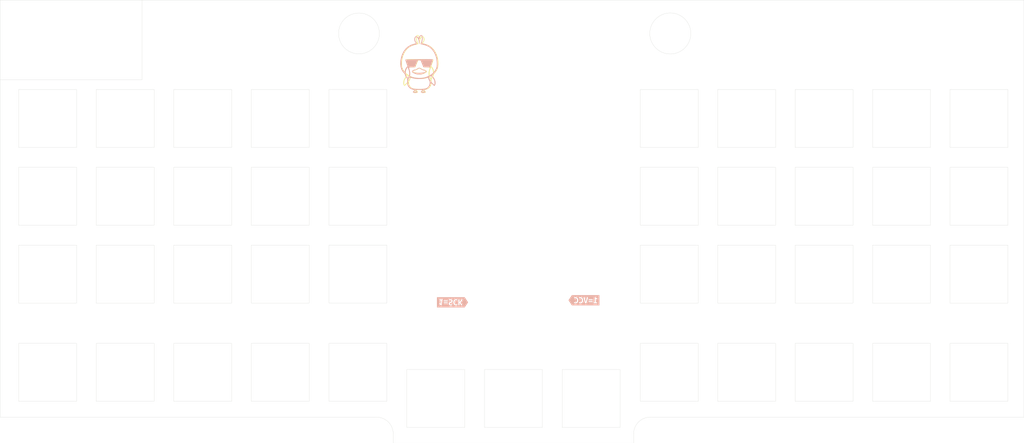
<source format=kicad_pcb>
(kicad_pcb (version 20221018) (generator pcbnew)
  (layers (0 "F.Cu" signal) (31 "B.Cu" signal) (34 "B.Paste" user) (35 "F.Paste" user) (36 "B.SilkS" user "B.Silkscreen") (37 "F.SilkS" user "F.Silkscreen") (38 "B.Mask" user) (39 "F.Mask" user) (44 "Edge.Cuts" user))
  (net 0 "")
  (footprint "mac-lib:MX plate holes" (layer "F.Cu") (at 165.324668 129.242 180)
    (fp_text reference "SW20" hide)
    (fp_text value "SW_Push" hide)
    (fp_rect (start 7.112 -7.112) (end -7.112 7.112) (stroke (width 0.05)) (fill none) (layer "Edge.Cuts"))
  )
  (footprint "mac-lib:MX plate holes" (layer "F.Cu") (at 298.793 110.144 180)
    (fp_text reference "SW25" hide)
    (fp_text value "SW_Push" hide)
    (fp_rect (start 7.112 -7.112) (end -7.112 7.112) (stroke (width 0.05)) (fill none) (layer "Edge.Cuts"))
  )
  (footprint "mac-lib:MX plate holes" (layer "F.Cu") (at 279.784334 153.364 180)
    (fp_text reference "SW21" hide)
    (fp_text value "SW_Push" hide)
    (fp_rect (start 7.112 -7.112) (end -7.112 7.112) (stroke (width 0.05)) (fill none) (layer "Edge.Cuts"))
  )
  (footprint "mac-lib:MX plate holes" (layer "F.Cu") (at 146.296 110.144 180)
    (fp_text reference "SW9" hide)
    (fp_text value "SW_Push" hide)
    (fp_rect (start 7.112 -7.112) (end -7.112 7.112) (stroke (width 0.05)) (fill none) (layer "Edge.Cuts"))
  )
  (footprint "mac-lib:MX plate holes" (layer "F.Cu") (at 127.267334 110.144 180)
    (fp_text reference "SW5" hide)
    (fp_text value "SW_Push" hide)
    (fp_rect (start 7.112 -7.112) (end -7.112 7.112) (stroke (width 0.05)) (fill none) (layer "Edge.Cuts"))
  )
  (footprint "mac-lib:MX plate holes" (layer "F.Cu") (at 298.793 129.242 180)
    (fp_text reference "SW27" hide)
    (fp_text value "SW_Push" hide)
    (fp_rect (start 7.112 -7.112) (end -7.112 7.112) (stroke (width 0.05)) (fill none) (layer "Edge.Cuts"))
  )
  (footprint "mac-lib:MX plate holes" (layer "F.Cu") (at 241.614 159.776039 180)
    (fp_text reference "SW22" hide)
    (fp_text value "SW_Push" hide)
    (fp_rect (start 7.112 -7.112) (end -7.112 7.112) (stroke (width 0.05)) (fill none) (layer "Edge.Cuts"))
  )
  (footprint "mac-lib:MX plate holes" (layer "F.Cu") (at 260.806 129.242 180)
    (fp_text reference "SW43" hide)
    (fp_text value "SW_Push" hide)
    (fp_rect (start 7.112 -7.112) (end -7.112 7.112) (stroke (width 0.05)) (fill none) (layer "Edge.Cuts"))
  )
  (footprint "mac-lib:MX plate holes" (layer "F.Cu") (at 146.296 91.060039 180)
    (fp_text reference "SW8" hide)
    (fp_text value "SW_Push" hide)
    (fp_rect (start 7.112 -7.112) (end -7.112 7.112) (stroke (width 0.05)) (fill none) (layer "Edge.Cuts"))
  )
  (footprint "mac-lib:MX plate holes" (layer "F.Cu") (at 336.810334 129.242 180)
    (fp_text reference "SW46" hide)
    (fp_text value "SW_Push" hide)
    (fp_rect (start 7.112 -7.112) (end -7.112 7.112) (stroke (width 0.05)) (fill none) (layer "Edge.Cuts"))
  )
  (footprint "mac-lib:MX plate holes" (layer "F.Cu") (at 184.4 153.360692 180)
    (fp_text reference "SW41" hide)
    (fp_text value "SW_Push" hide)
    (fp_rect (start 7.112 -7.112) (end -7.112 7.112) (stroke (width 0.05)) (fill none) (layer "Edge.Cuts"))
  )
  (footprint "mac-lib:MX plate holes" (layer "F.Cu") (at 108.238668 91.060039 180)
    (fp_text reference "SW1" hide)
    (fp_text value "SW_Push" hide)
    (fp_rect (start 7.112 -7.112) (end -7.112 7.112) (stroke (width 0.05)) (fill none) (layer "Edge.Cuts"))
  )
  (footprint "mac-lib:MX plate holes" (layer "F.Cu") (at 336.810334 110.144 180)
    (fp_text reference "SW33" hide)
    (fp_text value "SW_Push" hide)
    (fp_rect (start 7.112 -7.112) (end -7.112 7.112) (stroke (width 0.05)) (fill none) (layer "Edge.Cuts"))
  )
  (footprint "mac-lib:MX plate holes" (layer "F.Cu") (at 298.793 153.364 180)
    (fp_text reference "SW26" hide)
    (fp_text value "SW_Push" hide)
    (fp_rect (start 7.112 -7.112) (end -7.112 7.112) (stroke (width 0.05)) (fill none) (layer "Edge.Cuts"))
  )
  (footprint "LOGO" (layer "F.Cu") (at 199.48 79.022)
    (fp_text reference "G1" hide)
    (fp_text value "LOGO" hide)
    (fp_poly (pts (xy 0.474181 -0.251487) (xy 0.52344 -0.211667) (xy 0.735405 -0.071562) (xy 0.931921 -0.000318) (xy 0.958996 0.001859) (xy 1.146597 0.037386) (xy 1.402747 0.124666) (xy 1.508908 0.169773) (xy 1.739319 0.292866) (xy 1.839479 0.406757) (xy 1.847575 0.5191) (xy 1.771718 0.696121) (xy 1.693333 0.767783) (xy 1.292004 0.968271) (xy 0.985942 1.100338) (xy 0.723688 1.18009) (xy 0.453781 1.223633) (xy 0.169333 1.244775) (xy -0.166747 1.25595) (xy -0.416858 1.236742) (xy -0.650151 1.17243) (xy -0.70977 1.146519) (xy -0.145956 1.146519) (xy -0.039582 1.159803) (xy 0.084667 1.162273) (xy 0.267788 1.155668) (xy 0.318057 1.138782) (xy 0.275167 1.125581) (xy 0.028449 1.111574) (xy -0.105833 1.125581) (xy -0.145956 1.146519) (xy -0.70977 1.146519) (xy -0.861849 1.080424) (xy -0.555945 1.080424) (xy -0.472722 1.093982) (xy -0.362908 1.078416) (xy -0.361597 1.049514) (xy -0.474914 1.029302) (xy -0.523875 1.04283) (xy -0.555945 1.080424) (xy -0.861849 1.080424) (xy -0.935777 1.048294) (xy -1.0795 0.978919) (xy -1.412697 0.803502) (xy -1.608156 0.665817) (xy -1.688339 0.548734) (xy -1.689109 0.542894) (xy -1.51287 0.542894) (xy -1.496445 0.563777) (xy -1.316017 0.658637) (xy -1.005752 0.736544) (xy -0.604513 0.79515) (xy -0.151166 0.832105) (xy 0.315425 0.845063) (xy 0.756396 0.831673) (xy 1.132882 0.789589) (xy 1.354667 0.736054) (xy 1.582017 0.62646) (xy 1.640717 0.511241) (xy 1.531306 0.391698) (xy 1.254325 0.269135) (xy 1.146323 0.234304) (xy 0.84481 0.12441) (xy 0.587835 -0.000634) (xy 0.463533 -0.086671) (xy 0.201922 -0.23365) (xy -0.083133 -0.21645) (xy -0.310142 -0.088931) (xy -0.512971 0.029633) (xy -0.800003 0.150728) (xy -0.975354 0.208514) (xy -1.305368 0.325458) (xy -1.487648 0.439037) (xy -1.51287 0.542894) (xy -1.689109 0.542894) (xy -1.693333 0.510873) (xy -1.614233 0.32379) (xy -1.399092 0.162813) (xy -1.081155 0.049908) (xy -0.961455 0.027263) (xy -0.665319 -0.061058) (xy -0.384727 -0.209006) (xy -0.365483 -0.222867) (xy -0.067205 -0.38796) (xy 0.200192 -0.397658)) (fill solid) (layer "F.SilkS"))
    (fp_poly (pts (xy -0.403944 -8.443239) (xy -0.269381 -8.376116) (xy -0.062017 -8.20262) (xy 0.069363 -8.016498) (xy 0.181059 -7.784147) (xy 0.435692 -7.998407) (xy 0.645802 -8.157237) (xy 0.795236 -8.19656) (xy 0.942679 -8.116981) (xy 1.062182 -8.004849) (xy 1.232331 -7.72248) (xy 1.27571 -7.37156) (xy 1.192591 -6.995491) (xy 1.054148 -6.732889) (xy 0.930821 -6.54023) (xy 0.866172 -6.417299) (xy 0.863648 -6.396777) (xy 0.953295 -6.370687) (xy 1.159521 -6.321611) (xy 1.373348 -6.274187) (xy 2.126709 -6.028122) (xy 2.801335 -5.636989) (xy 3.388482 -5.109912) (xy 3.879406 -4.456015) (xy 4.265363 -3.684422) (xy 4.481484 -3.030998) (xy 4.657146 -2.150057) (xy 4.69969 -1.331605) (xy 4.611088 -0.587274) (xy 4.393313 0.071305) (xy 4.048338 0.632502) (xy 3.817553 0.883674) (xy 3.653497 1.074574) (xy 3.562508 1.248282) (xy 3.556 1.289213) (xy 3.51399 1.48381) (xy 3.409902 1.72763) (xy 3.276652 1.958591) (xy 3.147155 2.114608) (xy 3.103814 2.142111) (xy 3.042865 2.207419) (xy 3.006736 2.364771) (xy 2.99143 2.642296) (xy 2.991097 2.93572) (xy 2.986592 3.343742) (xy 2.956655 3.64016) (xy 2.892186 3.881914) (xy 2.808911 4.075715) (xy 2.519216 4.488139) (xy 2.118745 4.788371) (xy 1.642172 4.950623) (xy 1.629833 4.952648) (xy 1.373301 5.023049) (xy 1.278833 5.123268) (xy 1.348994 5.248436) (xy 1.439333 5.314351) (xy 1.574724 5.450018) (xy 1.599274 5.58481) (xy 1.51051 5.666363) (xy 1.456267 5.672667) (xy 1.264714 5.728916) (xy 1.196567 5.7785) (xy 1.092129 5.833385) (xy 0.986948 5.74554) (xy 0.976095 5.7311) (xy 0.865008 5.638191) (xy 0.807464 5.6676) (xy 0.690607 5.750688) (xy 0.563808 5.732237) (xy 0.508 5.629504) (xy 0.544031 5.540005) (xy 0.714701 5.540005) (xy 0.729106 5.5498) (xy 0.79136 5.504771) (xy 0.92102 5.431693) (xy 1.007769 5.493085) (xy 1.042456 5.549666) (xy 1.117322 5.659162) (xy 1.154607 5.622719) (xy 1.166566 5.571526) (xy 1.25262 5.466462) (xy 1.338804 5.470453) (xy 1.397675 5.468385) (xy 1.3105 5.385384) (xy 1.291167 5.370766) (xy 1.147424 5.219397) (xy 1.093982 5.09084) (xy 1.079929 5.00247) (xy 1.041135 5.079282) (xy 1.040873 5.08) (xy 0.954538 5.232236) (xy 0.814723 5.416104) (xy 0.714701 5.540005) (xy 0.544031 5.540005) (xy 0.567751 5.481086) (xy 0.677333 5.356688) (xy 0.82354 5.207332) (xy 0.846937 5.103538) (xy 0.736013 5.038288) (xy 0.479257 5.004564) (xy 0.084667 4.995333) (xy -0.250892 5.00269) (xy -0.511057 5.022395) (xy -0.658058 5.050903) (xy -0.677333 5.066878) (xy -0.620721 5.171387) (xy -0.508 5.291667) (xy -0.372613 5.458835) (xy -0.342767 5.593994) (xy -0.419061 5.657921) (xy -0.502532 5.649564) (xy -0.65914 5.664398) (xy -0.711542 5.724356) (xy -0.813044 5.833177) (xy -0.933787 5.79805) (xy -0.984787 5.71655) (xy -1.064914 5.636038) (xy -1.188231 5.674217) (xy -1.357061 5.747921) (xy -1.427101 5.711715) (xy -1.439333 5.588717) (xy -1.398027 5.479925) (xy -1.236964 5.479925) (xy -1.142415 5.474575) (xy -1.070721 5.428947) (xy -0.970581 5.385828) (xy -0.902796 5.486159) (xy -0.890367 5.522715) (xy -0.839397 5.645021) (xy -0.802357 5.612375) (xy -0.790055 5.571526) (xy -0.695489 5.467609) (xy -0.608529 5.473574) (xy -0.536775 5.480347) (xy -0.59837 5.405412) (xy -0.64597 5.363048) (xy -0.797115 5.202381) (xy -0.872119 5.08) (xy -0.910157 5.007287) (xy -0.924649 5.098188) (xy -0.998257 5.249266) (xy -1.107918 5.337881) (xy -1.225574 5.426654) (xy -1.236964 5.479925) (xy -1.398027 5.479925) (xy -1.372742 5.413328) (xy -1.27 5.314351) (xy -1.125769 5.188289) (xy -1.137737 5.08156) (xy -1.310623 4.987755) (xy -1.560861 4.919292) (xy -2.014214 4.735019) (xy -2.386231 4.417178) (xy -2.649659 3.992667) (xy -2.727046 3.768314) (xy -2.828316 3.389676) (xy -3.043991 3.526766) (xy -3.258073 3.693796) (xy -3.449847 3.885095) (xy -3.640028 4.106333) (xy -3.819442 3.894667) (xy -3.950013 3.619759) (xy -3.971282 3.357932) (xy -3.724551 3.357932) (xy -3.716983 3.583442) (xy -3.67999 3.712029) (xy -3.655814 3.725333) (xy -3.563381 3.670824) (xy -3.389582 3.528307) (xy -3.21662 3.369779) (xy -2.526471 3.369779) (xy -2.444529 3.749525) (xy -2.343254 3.986085) (xy -2.165694 4.257822) (xy -1.94187 4.466617) (xy -1.650819 4.618568) (xy -1.271581 4.719771) (xy -0.783194 4.776324) (xy -0.164697 4.794325) (xy 0.406465 4.785941) (xy 0.889045 4.769116) (xy 1.240605 4.745484) (xy 1.499454 4.709307) (xy 1.703903 4.65485) (xy 1.89226 4.576376) (xy 1.930465 4.557744) (xy 2.304166 4.282326) (xy 2.576741 3.893514) (xy 2.736145 3.42192) (xy 2.770334 2.898157) (xy 2.720774 2.548964) (xy 2.635753 2.241084) (xy 2.527551 2.063532) (xy 2.36129 1.999754) (xy 2.102091 2.033197) (xy 1.810429 2.11692) (xy 1.133775 2.271959) (xy 0.377327 2.34948) (xy -0.386584 2.346341) (xy -1.085628 2.259397) (xy -1.150784 2.245618) (xy -1.48468 2.166517) (xy -1.766335 2.09023) (xy -1.944596 2.030842) (xy -1.964947 2.021398) (xy -2.06693 1.999342) (xy -2.138673 2.087845) (xy -2.196048 2.266372) (xy -2.286099 2.523446) (xy -2.393639 2.733179) (xy -2.408576 2.754283) (xy -2.515436 3.02011) (xy -2.526471 3.369779) (xy -3.21662 3.369779) (xy -3.184329 3.340183) (xy -2.953603 3.080831) (xy -2.728946 2.764366) (xy -2.53849 2.438189) (xy -2.410368 2.149699) (xy -2.371494 1.970674) (xy -2.439054 1.86401) (xy -2.604045 1.746466) (xy -2.616613 1.739831) (xy -2.764974 1.672743) (xy -2.874785 1.675717) (xy -2.997735 1.768322) (xy -3.165022 1.947438) (xy -3.370897 2.208223) (xy -3.543846 2.482925) (xy -3.596409 2.590787) (xy -3.661694 2.81251) (xy -3.705264 3.08459) (xy -3.724551 3.357932) (xy -3.971282 3.357932) (xy -3.979553 3.256121) (xy -3.917385 2.843459) (xy -3.772833 2.421475) (xy -3.555219 2.029877) (xy -3.314885 1.745908) (xy -3.058261 1.50215) (xy -3.516756 1.083112) (xy -3.993312 0.538137) (xy -4.252459 0.100691) (xy -4.372614 -0.152507) (xy -4.451675 -0.360285) (xy -4.498003 -0.569785) (xy -4.519961 -0.82815) (xy -4.525914 -1.182525) (xy -4.525384 -1.437846) (xy -4.52226 -1.481667) (xy -4.266059 -1.481667) (xy -4.262355 -1.068489) (xy -4.240933 -0.768424) (xy -4.192071 -0.525438) (xy -4.10605 -0.283499) (xy -4.026911 -0.103122) (xy -3.683451 0.457745) (xy -3.198727 0.967465) (xy -2.597636 1.407522) (xy -1.905072 1.7594) (xy -1.215943 1.987468) (xy -0.736969 2.064872) (xy -0.156441 2.092747) (xy 0.466033 2.073537) (xy 1.070848 2.009687) (xy 1.598397 1.90364) (xy 1.723484 1.866931) (xy 2.303968 1.68098) (xy 2.25054 1.242656) (xy 2.25971 0.779448) (xy 2.506126 0.779448) (xy 2.507955 1.181989) (xy 2.555413 1.542741) (xy 2.64802 1.802789) (xy 2.655379 1.81448) (xy 2.808388 2.048) (xy 3.006529 1.861856) (xy 3.146375 1.665951) (xy 3.267202 1.389765) (xy 3.302109 1.269543) (xy 3.356966 0.713583) (xy 3.264506 0.170398) (xy 3.087926 -0.223603) (xy 2.964492 -0.414714) (xy 2.893452 -0.473984) (xy 2.846892 -0.418654) (xy 2.833091 -0.381) (xy 2.759688 -0.190303) (xy 2.655487 0.053148) (xy 2.641277 0.084667) (xy 2.550407 0.394035) (xy 2.506126 0.779448) (xy 2.25971 0.779448) (xy 2.262341 0.646523) (xy 2.330827 0.338667) (xy 2.442641 -0.042247) (xy 2.50249 -0.287705) (xy 2.492205 -0.428177) (xy 2.393619 -0.494134) (xy 2.188565 -0.516045) (xy 1.858875 -0.52438) (xy 1.815431 -0.525736) (xy 1.072433 -0.550333) (xy 0.725607 -1.397) (xy 0.37878 -2.243667) (xy -0.281764 -2.243667) (xy -0.975512 -0.550333) (xy -1.827568 -0.526369) (xy -2.679625 -0.502404) (xy -3.034266 -1.442808) (xy -3.168276 -1.817411) (xy -3.269196 -2.137387) (xy -3.32705 -2.368229) (xy -3.332483 -2.474508) (xy -3.254143 -2.498938) (xy -3.048786 -2.516614) (xy -2.709312 -2.527606) (xy -2.22862 -2.53198) (xy -1.599608 -2.529805) (xy -0.815177 -2.521149) (xy 0.072865 -2.507118) (xy 0.808855 -2.493386) (xy 1.490622 -2.47906) (xy 2.099898 -2.464643) (xy 2.618411 -2.450639) (xy 3.027891 -2.437554) (xy 3.310069 -2.425891) (xy 3.446673 -2.416156) (xy 3.456531 -2.413691) (xy 3.444877 -2.324433) (xy 3.38552 -2.111971) (xy 3.289063 -1.812082) (xy 3.212253 -1.589373) (xy 2.933234 -0.799797) (xy 3.157976 -0.575054) (xy 3.319757 -0.345386) (xy 3.467376 -0.017483) (xy 3.525421 0.162961) (xy 3.668123 0.676235) (xy 3.880642 0.363485) (xy 4.143258 -0.093902) (xy 4.307744 -0.569611) (xy 4.388402 -1.116053) (xy 4.402667 -1.549453) (xy 4.333481 -2.457713) (xy 4.13208 -3.294405) (xy 3.8077 -4.046916) (xy 3.369577 -4.702637) (xy 2.826947 -5.248956) (xy 2.189044 -5.673262) (xy 1.465106 -5.962944) (xy 1.108963 -6.046916) (xy 0.779663 -6.123552) (xy 0.608366 -6.217781) (xy 0.584088 -6.357979) (xy 0.695843 -6.572524) (xy 0.832666 -6.760621) (xy 1.010317 -7.082479) (xy 1.058333 -7.418676) (xy 1.024344 -7.740138) (xy 0.920472 -7.909447) (xy 0.743857 -7.929953) (xy 0.650704 -7.896561) (xy 0.436808 -7.713086) (xy 0.271105 -7.39809) (xy 0.168038 -6.98599) (xy 0.141499 -6.683209) (xy 0.122614 -6.367336) (xy 0.093268 -6.209934) (xy 0.05991 -6.200986) (xy 0.028985 -6.330475) (xy 0.00694 -6.588386) (xy 0 -6.903053) (xy -0.025724 -7.442946) (xy -0.100976 -7.846886) (xy -0.222876 -8.105839) (xy -0.388545 -8.21077) (xy -0.4174 -8.212667) (xy -0.579249 -8.138007) (xy -0.640827 -8.007926) (xy -0.651429 -7.789494) (xy -0.615789 -7.467712) (xy -0.544172 -7.098858) (xy -0.446846 -6.739207) (xy -0.370757 -6.5275) (xy -0.299213 -6.334187) (xy -0.27363 -6.222716) (xy -0.275967 -6.215145) (xy -0.36446 -6.187479) (xy -0.576096 -6.136566) (xy -0.868022 -6.072616) (xy -0.918703 -6.061985) (xy -1.72486 -5.823495) (xy -2.412712 -5.466115) (xy -2.989924 -4.984119) (xy -3.464161 -4.371778) (xy -3.669351 -4.006437) (xy -3.975106 -3.306223) (xy -4.164551 -2.626649) (xy -4.253847 -1.899333) (xy -4.266059 -1.481667) (xy -4.52226 -1.481667) (xy -4.456078 -2.409961) (xy -4.261804 -3.300466) (xy -3.94973 -4.098953) (xy -3.527025 -4.795014) (xy -3.000856 -5.378241) (xy -2.378391 -5.838224) (xy -1.666798 -6.164555) (xy -1.17975 -6.296064) (xy -0.909183 -6.356755) (xy -0.712549 -6.41112) (xy -0.643079 -6.440699) (xy -0.638996 -6.53993) (xy -0.674589 -6.750014) (xy -0.72178 -6.946604) (xy -0.825796 -7.464949) (xy -0.841521 -7.891329) (xy -0.769675 -8.205694) (xy -0.671548 -8.344903) (xy -0.531315 -8.448022)) (fill solid) (layer "F.SilkS"))
  )
  (footprint "mac-lib:MX plate holes" (layer "F.Cu") (at 279.784334 129.242 180)
    (fp_text reference "SW23" hide)
    (fp_text value "SW_Push" hide)
    (fp_rect (start 7.112 -7.112) (end -7.112 7.112) (stroke (width 0.05)) (fill none) (layer "Edge.Cuts"))
  )
  (footprint "mac-lib:MX plate holes" (layer "F.Cu") (at 127.267334 153.364 180)
    (fp_text reference "SW7" hide)
    (fp_text value "SW_Push" hide)
    (fp_rect (start 7.112 -7.112) (end -7.112 7.112) (stroke (width 0.05)) (fill none) (layer "Edge.Cuts"))
  )
  (footprint "mac-lib:MX plate holes" (layer "F.Cu") (at 336.810334 153.364 180)
    (fp_text reference "SW34" hide)
    (fp_text value "SW_Push" hide)
    (fp_rect (start 7.112 -7.112) (end -7.112 7.112) (stroke (width 0.05)) (fill none) (layer "Edge.Cuts"))
  )
  (footprint "mac-lib:MX plate holes" (layer "F.Cu") (at 317.801666 110.144 180)
    (fp_text reference "SW29" hide)
    (fp_text value "SW_Push" hide)
    (fp_rect (start 7.112 -7.112) (end -7.112 7.112) (stroke (width 0.05)) (fill none) (layer "Edge.Cuts"))
  )
  (footprint "mac-lib:MX plate holes" (layer "F.Cu") (at 146.296 153.364 180)
    (fp_text reference "SW11" hide)
    (fp_text value "SW_Push" hide)
    (fp_rect (start 7.112 -7.112) (end -7.112 7.112) (stroke (width 0.05)) (fill none) (layer "Edge.Cuts"))
  )
  (footprint "mac-lib:MX plate holes" (layer "F.Cu") (at 317.801666 153.364 180)
    (fp_text reference "SW31" hide)
    (fp_text value "SW_Push" hide)
    (fp_rect (start 7.112 -7.112) (end -7.112 7.112) (stroke (width 0.05)) (fill none) (layer "Edge.Cuts"))
  )
  (footprint "mac-lib:MX plate holes" (layer "F.Cu") (at 146.296 129.242 180)
    (fp_text reference "SW15" hide)
    (fp_text value "SW_Push" hide)
    (fp_rect (start 7.112 -7.112) (end -7.112 7.112) (stroke (width 0.05)) (fill none) (layer "Edge.Cuts"))
  )
  (footprint "mac-lib:MX plate holes" (layer "F.Cu") (at 165.324668 91.060039 180)
    (fp_text reference "SW13" hide)
    (fp_text value "SW_Push" hide)
    (fp_rect (start 7.112 -7.112) (end -7.112 7.112) (stroke (width 0.05)) (fill none) (layer "Edge.Cuts"))
  )
  (footprint "mac-lib:MX plate holes" (layer "F.Cu") (at 165.324668 153.364 180)
    (fp_text reference "SW16" hide)
    (fp_text value "SW_Push" hide)
    (fp_rect (start 7.112 -7.112) (end -7.112 7.112) (stroke (width 0.05)) (fill none) (layer "Edge.Cuts"))
  )
  (footprint "mac-lib:MX plate holes" (layer "F.Cu") (at 298.793 91.060039 180)
    (fp_text reference "SW24" hide)
    (fp_text value "SW_Push" hide)
    (fp_rect (start 7.112 -7.112) (end -7.112 7.112) (stroke (width 0.05)) (fill none) (layer "Edge.Cuts"))
  )
  (footprint "mac-lib:MX plate holes" (layer "F.Cu") (at 279.784334 110.144 180)
    (fp_text reference "SW19" hide)
    (fp_text value "SW_Push" hide)
    (fp_rect (start 7.112 -7.112) (end -7.112 7.112) (stroke (width 0.05)) (fill none) (layer "Edge.Cuts"))
  )
  (footprint "mac-lib:MX plate holes" (layer "F.Cu") (at 184.4 110.140692 180)
    (fp_text reference "SW39" hide)
    (fp_text value "SW_Push" hide)
    (fp_rect (start 7.112 -7.112) (end -7.112 7.112) (stroke (width 0.05)) (fill none) (layer "Edge.Cuts"))
  )
  (footprint "mac-lib:MX plate holes" (layer "F.Cu") (at 317.801666 91.060039 180)
    (fp_text reference "SW28" hide)
    (fp_text value "SW_Push" hide)
    (fp_rect (start 7.112 -7.112) (end -7.112 7.112) (stroke (width 0.05)) (fill none) (layer "Edge.Cuts"))
  )
  (footprint "mac-lib:MX plate holes" (layer "F.Cu") (at 165.324668 110.144 180)
    (fp_text reference "SW14" hide)
    (fp_text value "SW_Push" hide)
    (fp_rect (start 7.112 -7.112) (end -7.112 7.112) (stroke (width 0.05)) (fill none) (layer "Edge.Cuts"))
  )
  (footprint "mac-lib:MX plate holes" (layer "F.Cu") (at 127.267334 91.060039 180)
    (fp_text reference "SW4" hide)
    (fp_text value "SW_Push" hide)
    (fp_rect (start 7.112 -7.112) (end -7.112 7.112) (stroke (width 0.05)) (fill none) (layer "Edge.Cuts"))
  )
  (footprint "mac-lib:MX plate holes" (layer "F.Cu") (at 260.806 91.060039 180)
    (fp_text reference "SW45" hide)
    (fp_text value "SW_Push" hide)
    (fp_rect (start 7.112 -7.112) (end -7.112 7.112) (stroke (width 0.05)) (fill none) (layer "Edge.Cuts"))
  )
  (footprint "mac-lib:MX plate holes" (layer "F.Cu") (at 108.238668 129.242 180)
    (fp_text reference "SW6" hide)
    (fp_text value "SW_Push" hide)
    (fp_rect (start 7.112 -7.112) (end -7.112 7.112) (stroke (width 0.05)) (fill none) (layer "Edge.Cuts"))
  )
  (footprint "mac-lib:MX plate holes" (layer "F.Cu") (at 184.4 91.056731 180)
    (fp_text reference "SW38" hide)
    (fp_text value "SW_Push" hide)
    (fp_rect (start 7.112 -7.112) (end -7.112 7.112) (stroke (width 0.05)) (fill none) (layer "Edge.Cuts"))
  )
  (footprint "mac-lib:MX plate holes" (layer "F.Cu") (at 203.506 159.776039 180)
    (fp_text reference "SW12" hide)
    (fp_text value "SW_Push" hide)
    (fp_rect (start 7.112 -7.112) (end -7.112 7.112) (stroke (width 0.05)) (fill none) (layer "Edge.Cuts"))
  )
  (footprint "mac-lib:MX plate holes" (layer "F.Cu") (at 108.238668 110.144 180)
    (fp_text reference "SW2" hide)
    (fp_text value "SW_Push" hide)
    (fp_rect (start 7.112 -7.112) (end -7.112 7.112) (stroke (width 0.05)) (fill none) (layer "Edge.Cuts"))
  )
  (footprint "mac-lib:MX plate holes" (layer "F.Cu") (at 260.806 110.144 180)
    (fp_text reference "SW44" hide)
    (fp_text value "SW_Push" hide)
    (fp_rect (start 7.112 -7.112) (end -7.112 7.112) (stroke (width 0.05)) (fill none) (layer "Edge.Cuts"))
  )
  (footprint "mac-lib:MX plate holes" (layer "F.Cu") (at 222.57 159.776039 180)
    (fp_text reference "SW17" hide)
    (fp_text value "SW_Push" hide)
    (fp_rect (start 7.112 -7.112) (end -7.112 7.112) (stroke (width 0.05)) (fill none) (layer "Edge.Cuts"))
  )
  (footprint "mac-lib:MX plate holes" (layer "F.Cu") (at 260.806 153.364 180)
    (fp_text reference "SW42" hide)
    (fp_text value "SW_Push" hide)
    (fp_rect (start 7.112 -7.112) (end -7.112 7.112) (stroke (width 0.05)) (fill none) (layer "Edge.Cuts"))
  )
  (footprint "mac-lib:MX plate holes" (layer "F.Cu") (at 108.238668 153.364 180)
    (fp_text reference "SW3" hide)
    (fp_text value "SW_Push" hide)
    (fp_rect (start 7.112 -7.112) (end -7.112 7.112) (stroke (width 0.05)) (fill none) (layer "Edge.Cuts"))
  )
  (footprint "mac-lib:MX plate holes" (layer "F.Cu") (at 279.784334 91.060039 180)
    (fp_text reference "SW18" hide)
    (fp_text value "SW_Push" hide)
    (fp_rect (start 7.112 -7.112) (end -7.112 7.112) (stroke (width 0.05)) (fill none) (layer "Edge.Cuts"))
  )
  (footprint "mac-lib:MX plate holes" (layer "F.Cu") (at 127.267334 129.242 180)
    (fp_text reference "SW10" hide)
    (fp_text value "SW_Push" hide)
    (fp_rect (start 7.112 -7.112) (end -7.112 7.112) (stroke (width 0.05)) (fill none) (layer "Edge.Cuts"))
  )
  (footprint "mac-lib:MX plate holes" (layer "F.Cu") (at 336.810334 91.060039 180)
    (fp_text reference "SW32" hide)
    (fp_text value "SW_Push" hide)
    (fp_rect (start 7.112 -7.112) (end -7.112 7.112) (stroke (width 0.05)) (fill none) (layer "Edge.Cuts"))
  )
  (footprint "mac-lib:MX plate holes" (layer "F.Cu") (at 184.4 129.238692 180)
    (fp_text reference "SW40" hide)
    (fp_text value "SW_Push" hide)
    (fp_rect (start 7.112 -7.112) (end -7.112 7.112) (stroke (width 0.05)) (fill none) (layer "Edge.Cuts"))
  )
  (footprint "mac-lib:MX plate holes" (layer "F.Cu") (at 317.801666 129.242 180)
    (fp_text reference "SW30" hide)
    (fp_text value "SW_Push" hide)
    (fp_rect (start 7.112 -7.112) (end -7.112 7.112) (stroke (width 0.05)) (fill none) (layer "Edge.Cuts"))
  )
  (footprint "kibuzzard-638CDF14" (layer "B.Cu") (at 207.608 136.172)
    (fp_text reference "kibuzzard-638CDF14" hide)
    (fp_text value "G***" hide)
    (fp_poly (pts (xy -3.328061 1.265238) (xy -3.824155 1.265238) (xy -3.824155 -1.265237) (xy -3.328061 -1.265237) (xy -2.349368 -1.265237) (xy -2.349368 -0.738187) (xy -3.244718 -0.738187) (xy -3.244718 -0.4953) (xy -2.935155 -0.4953) (xy -2.935155 0.328613) (xy -3.087555 0.244078) (xy -3.232811 0.185738) (xy -3.328061 0.428625) (xy -3.204236 0.483394) (xy -3.070886 0.557213) (xy -2.94468 0.642938) (xy -2.842286 0.735806) (xy -2.642261 0.735806) (xy -2.642261 -0.4953) (xy -2.349368 -0.4953) (xy -2.349368 -0.738187) (xy -2.349368 -1.265237) (xy -1.156361 -1.265237) (xy -1.156361 -0.002381) (xy -2.156486 -0.002381) (xy -2.156486 0.240506) (xy -1.156361 0.240506) (xy -1.156361 -0.002381) (xy -1.156361 -1.265237) (xy -1.156361 -0.466725) (xy -2.156486 -0.466725) (xy -2.156486 -0.223837) (xy -1.156361 -0.223837) (xy -1.156361 -0.466725) (xy -1.156361 -1.265237) (xy -0.508661 -1.265237) (xy -0.508661 -0.769144) (xy -0.673563 -0.759321) (xy -0.801555 -0.729853) (xy -0.965861 -0.657225) (xy -0.880136 -0.4191) (xy -0.726546 -0.490537) (xy -0.627426 -0.515541) (xy -0.508661 -0.523875) (xy -0.386027 -0.508397) (xy -0.308636 -0.465534) (xy -0.269346 -0.403622) (xy -0.25863 -0.333375) (xy -0.284824 -0.252412) (xy -0.351499 -0.189309) (xy -0.441986 -0.139303) (xy -0.541999 -0.097631) (xy -0.680111 -0.042862) (xy -0.80989 0.035719) (xy -0.90633 0.153591) (xy -0.94443 0.328613) (xy -0.910795 0.513159) (xy -0.80989 0.652463) (xy -0.708951 0.717285) (xy -0.585523 0.756179) (xy -0.439605 0.769144) (xy -0.312506 0.761405) (xy -0.202671 0.738188) (xy -0.032411 0.669131) (xy -0.118136 0.442913) (xy -0.250296 0.500063) (xy -0.418174 0.523875) (xy -0.54782 0.50509) (xy -0.625607 0.448733) (xy -0.651536 0.354806) (xy -0.627724 0.279797) (xy -0.567002 0.222647) (xy -0.483658 0.178594) (xy -0.39198 0.142875) (xy -0.247915 0.084534) (xy -0.109802 -0.001191) (xy -0.006218 -0.134541) (xy 0.024143 -0.22473) (xy 0.034264 -0.335756) (xy 0.000628 -0.51941) (xy -0.100277 -0.656034) (xy -0.205449 -0.718873) (xy -0.341577 -0.756576) (xy -0.508661 -0.769144) (xy -0.508661 -1.265237) (xy 0.834364 -1.265237) (xy 0.834364 -0.769144) (xy 0.642805 -0.746919) (xy 0.484055 -0.680244) (xy 0.358114 -0.569119) (xy 0.28623 -0.458539) (xy 0.234884 -0.326827) (xy 0.204076 -0.17398) (xy 0.193807 0) (xy 0.206309 0.173236) (xy 0.243814 0.326231) (xy 0.303642 0.458093) (xy 0.383117 0.567928) (xy 0.480748 0.654844) (xy 0.595048 0.717947) (xy 0.723338 0.756345) (xy 0.862939 0.769144) (xy 1.004623 0.756047) (xy 1.115351 0.726281) (xy 1.195123 0.690563) (xy 1.243939 0.661988) (xy 1.167739 0.428625) (xy 1.035579 0.489347) (xy 0.858176 0.51435) (xy 0.723635 0.489347) (xy 0.606954 0.406003) (xy 0.52361 0.250031) (xy 0.4995 0.140494) (xy 0.491464 0.007144) (xy 0.501121 -0.148034) (xy 0.530093 -0.277019) (xy 0.578379 -0.379809) (xy 0.692977 -0.480715) (xy 0.862939 -0.51435) (xy 1.052248 -0.488156) (xy 1.172501 -0.435769) (xy 1.24632 -0.66675) (xy 1.078442 -0.736997) (xy 0.964439 -0.761107) (xy 0.834364 -0.769144) (xy 0.834364 -1.265237) (xy 2.153576 -1.265237) (xy 2.153576 -0.738187) (xy 2.078567 -0.558403) (xy 2.027072 -0.463153) (xy 1.97022 -0.370284) (xy 1.9092 -0.281583) (xy 1.845204 -0.198834) (xy 1.720189 -0.064294) (xy 1.720189 -0.738187) (xy 1.427295 -0.738187) (xy 1.427295 0.735806) (xy 1.720189 0.735806) (xy 1.720189 0.123825) (xy 1.829726 0.271463) (xy 1.938073 0.433388) (xy 2.032132 0.592931) (xy 2.10357 0.735806) (xy 2.434564 0.735806) (xy 2.354792 0.589359) (xy 2.305083 0.50542) (xy 2.248826 0.417909) (xy 2.187211 0.32772) (xy 2.121429 0.235744) (xy 2.052075 0.144661) (xy 1.979745 0.05715) (xy 2.054159 -0.019645) (xy 2.129764 -0.107156) (xy 2.20388 -0.203299) (xy 2.273829 -0.305991) (xy 2.338421 -0.413147) (xy 2.396464 -0.522684) (xy 2.445874 -0.631924) (xy 2.48457 -0.738187) (xy 2.153576 -0.738187) (xy 2.153576 -1.265237) (xy 2.48457 -1.265237) (xy 2.980664 -1.265237) (xy 3.824155 0) (xy 2.980664 1.265238) (xy 2.48457 1.265238) (xy -3.328061 1.265238)) (fill solid) (layer "B.SilkS"))
  )
  (footprint "LOGO" (layer "B.Cu") (at 199.48 79.022 180)
    (fp_text reference "G***" hide)
    (fp_text value "LOGO" hide)
    (fp_poly (pts (xy 0.474181 0.251487) (xy 0.52344 0.211667) (xy 0.735405 0.071562) (xy 0.931921 0.000318) (xy 0.958996 -0.001859) (xy 1.146597 -0.037386) (xy 1.402747 -0.124666) (xy 1.508908 -0.169773) (xy 1.739319 -0.292866) (xy 1.839479 -0.406757) (xy 1.847575 -0.5191) (xy 1.771718 -0.696121) (xy 1.693333 -0.767783) (xy 1.292004 -0.968271) (xy 0.985942 -1.100338) (xy 0.723688 -1.18009) (xy 0.453781 -1.223633) (xy 0.169333 -1.244775) (xy -0.166747 -1.25595) (xy -0.416858 -1.236742) (xy -0.650151 -1.17243) (xy -0.70977 -1.146519) (xy -0.145956 -1.146519) (xy -0.039582 -1.159803) (xy 0.084667 -1.162273) (xy 0.267788 -1.155668) (xy 0.318057 -1.138782) (xy 0.275167 -1.125581) (xy 0.028449 -1.111574) (xy -0.105833 -1.125581) (xy -0.145956 -1.146519) (xy -0.70977 -1.146519) (xy -0.861849 -1.080424) (xy -0.555945 -1.080424) (xy -0.472722 -1.093982) (xy -0.362908 -1.078416) (xy -0.361597 -1.049514) (xy -0.474914 -1.029302) (xy -0.523875 -1.04283) (xy -0.555945 -1.080424) (xy -0.861849 -1.080424) (xy -0.935777 -1.048294) (xy -1.0795 -0.978919) (xy -1.412697 -0.803502) (xy -1.608156 -0.665817) (xy -1.688339 -0.548734) (xy -1.689109 -0.542894) (xy -1.51287 -0.542894) (xy -1.496445 -0.563777) (xy -1.316017 -0.658637) (xy -1.005752 -0.736544) (xy -0.604513 -0.79515) (xy -0.151166 -0.832105) (xy 0.315425 -0.845063) (xy 0.756396 -0.831673) (xy 1.132882 -0.789589) (xy 1.354667 -0.736054) (xy 1.582017 -0.62646) (xy 1.640717 -0.511241) (xy 1.531306 -0.391698) (xy 1.254325 -0.269135) (xy 1.146323 -0.234304) (xy 0.84481 -0.12441) (xy 0.587835 0.000634) (xy 0.463533 0.086671) (xy 0.201922 0.23365) (xy -0.083133 0.21645) (xy -0.310142 0.088931) (xy -0.512971 -0.029633) (xy -0.800003 -0.150728) (xy -0.975354 -0.208514) (xy -1.305368 -0.325458) (xy -1.487648 -0.439037) (xy -1.51287 -0.542894) (xy -1.689109 -0.542894) (xy -1.693333 -0.510873) (xy -1.614233 -0.32379) (xy -1.399092 -0.162813) (xy -1.081155 -0.049908) (xy -0.961455 -0.027263) (xy -0.665319 0.061058) (xy -0.384727 0.209006) (xy -0.365483 0.222867) (xy -0.067205 0.38796) (xy 0.200192 0.397658)) (fill solid) (layer "B.SilkS"))
    (fp_poly (pts (xy -0.403944 8.443239) (xy -0.269381 8.376116) (xy -0.062017 8.20262) (xy 0.069363 8.016498) (xy 0.181059 7.784147) (xy 0.435692 7.998407) (xy 0.645802 8.157237) (xy 0.795236 8.19656) (xy 0.942679 8.116981) (xy 1.062182 8.004849) (xy 1.232331 7.72248) (xy 1.27571 7.37156) (xy 1.192591 6.995491) (xy 1.054148 6.732889) (xy 0.930821 6.54023) (xy 0.866172 6.417299) (xy 0.863648 6.396777) (xy 0.953295 6.370687) (xy 1.159521 6.321611) (xy 1.373348 6.274187) (xy 2.126709 6.028122) (xy 2.801335 5.636989) (xy 3.388482 5.109912) (xy 3.879406 4.456015) (xy 4.265363 3.684422) (xy 4.481484 3.030998) (xy 4.657146 2.150057) (xy 4.69969 1.331605) (xy 4.611088 0.587274) (xy 4.393313 -0.071305) (xy 4.048338 -0.632502) (xy 3.817553 -0.883674) (xy 3.653497 -1.074574) (xy 3.562508 -1.248282) (xy 3.556 -1.289213) (xy 3.51399 -1.48381) (xy 3.409902 -1.72763) (xy 3.276652 -1.958591) (xy 3.147155 -2.114608) (xy 3.103814 -2.142111) (xy 3.042865 -2.207419) (xy 3.006736 -2.364771) (xy 2.99143 -2.642296) (xy 2.991097 -2.93572) (xy 2.986592 -3.343742) (xy 2.956655 -3.64016) (xy 2.892186 -3.881914) (xy 2.808911 -4.075715) (xy 2.519216 -4.488139) (xy 2.118745 -4.788371) (xy 1.642172 -4.950623) (xy 1.629833 -4.952648) (xy 1.373301 -5.023049) (xy 1.278833 -5.123268) (xy 1.348994 -5.248436) (xy 1.439333 -5.314351) (xy 1.574724 -5.450018) (xy 1.599274 -5.58481) (xy 1.51051 -5.666363) (xy 1.456267 -5.672667) (xy 1.264714 -5.728916) (xy 1.196567 -5.7785) (xy 1.092129 -5.833385) (xy 0.986948 -5.74554) (xy 0.976095 -5.7311) (xy 0.865008 -5.638191) (xy 0.807464 -5.6676) (xy 0.690607 -5.750688) (xy 0.563808 -5.732237) (xy 0.508 -5.629504) (xy 0.544031 -5.540005) (xy 0.714701 -5.540005) (xy 0.729106 -5.5498) (xy 0.79136 -5.504771) (xy 0.92102 -5.431693) (xy 1.007769 -5.493085) (xy 1.042456 -5.549666) (xy 1.117322 -5.659162) (xy 1.154607 -5.622719) (xy 1.166566 -5.571526) (xy 1.25262 -5.466462) (xy 1.338804 -5.470453) (xy 1.397675 -5.468385) (xy 1.3105 -5.385384) (xy 1.291167 -5.370766) (xy 1.147424 -5.219397) (xy 1.093982 -5.09084) (xy 1.079929 -5.00247) (xy 1.041135 -5.079282) (xy 1.040873 -5.08) (xy 0.954538 -5.232236) (xy 0.814723 -5.416104) (xy 0.714701 -5.540005) (xy 0.544031 -5.540005) (xy 0.567751 -5.481086) (xy 0.677333 -5.356688) (xy 0.82354 -5.207332) (xy 0.846937 -5.103538) (xy 0.736013 -5.038288) (xy 0.479257 -5.004564) (xy 0.084667 -4.995333) (xy -0.250892 -5.00269) (xy -0.511057 -5.022395) (xy -0.658058 -5.050903) (xy -0.677333 -5.066878) (xy -0.620721 -5.171387) (xy -0.508 -5.291667) (xy -0.372613 -5.458835) (xy -0.342767 -5.593994) (xy -0.419061 -5.657921) (xy -0.502532 -5.649564) (xy -0.65914 -5.664398) (xy -0.711542 -5.724356) (xy -0.813044 -5.833177) (xy -0.933787 -5.79805) (xy -0.984787 -5.71655) (xy -1.064914 -5.636038) (xy -1.188231 -5.674217) (xy -1.357061 -5.747921) (xy -1.427101 -5.711715) (xy -1.439333 -5.588717) (xy -1.398027 -5.479925) (xy -1.236964 -5.479925) (xy -1.142415 -5.474575) (xy -1.070721 -5.428947) (xy -0.970581 -5.385828) (xy -0.902796 -5.486159) (xy -0.890367 -5.522715) (xy -0.839397 -5.645021) (xy -0.802357 -5.612375) (xy -0.790055 -5.571526) (xy -0.695489 -5.467609) (xy -0.608529 -5.473574) (xy -0.536775 -5.480347) (xy -0.59837 -5.405412) (xy -0.64597 -5.363048) (xy -0.797115 -5.202381) (xy -0.872119 -5.08) (xy -0.910157 -5.007287) (xy -0.924649 -5.098188) (xy -0.998257 -5.249266) (xy -1.107918 -5.337881) (xy -1.225574 -5.426654) (xy -1.236964 -5.479925) (xy -1.398027 -5.479925) (xy -1.372742 -5.413328) (xy -1.27 -5.314351) (xy -1.125769 -5.188289) (xy -1.137737 -5.08156) (xy -1.310623 -4.987755) (xy -1.560861 -4.919292) (xy -2.014214 -4.735019) (xy -2.386231 -4.417178) (xy -2.649659 -3.992667) (xy -2.727046 -3.768314) (xy -2.828316 -3.389676) (xy -3.043991 -3.526766) (xy -3.258073 -3.693796) (xy -3.449847 -3.885095) (xy -3.640028 -4.106333) (xy -3.819442 -3.894667) (xy -3.950013 -3.619759) (xy -3.971282 -3.357932) (xy -3.724551 -3.357932) (xy -3.716983 -3.583442) (xy -3.67999 -3.712029) (xy -3.655814 -3.725333) (xy -3.563381 -3.670824) (xy -3.389582 -3.528307) (xy -3.21662 -3.369779) (xy -2.526471 -3.369779) (xy -2.444529 -3.749525) (xy -2.343254 -3.986085) (xy -2.165694 -4.257822) (xy -1.94187 -4.466617) (xy -1.650819 -4.618568) (xy -1.271581 -4.719771) (xy -0.783194 -4.776324) (xy -0.164697 -4.794325) (xy 0.406465 -4.785941) (xy 0.889045 -4.769116) (xy 1.240605 -4.745484) (xy 1.499454 -4.709307) (xy 1.703903 -4.65485) (xy 1.89226 -4.576376) (xy 1.930465 -4.557744) (xy 2.304166 -4.282326) (xy 2.576741 -3.893514) (xy 2.736145 -3.42192) (xy 2.770334 -2.898157) (xy 2.720774 -2.548964) (xy 2.635753 -2.241084) (xy 2.527551 -2.063532) (xy 2.36129 -1.999754) (xy 2.102091 -2.033197) (xy 1.810429 -2.11692) (xy 1.133775 -2.271959) (xy 0.377327 -2.34948) (xy -0.386584 -2.346341) (xy -1.085628 -2.259397) (xy -1.150784 -2.245618) (xy -1.48468 -2.166517) (xy -1.766335 -2.09023) (xy -1.944596 -2.030842) (xy -1.964947 -2.021398) (xy -2.06693 -1.999342) (xy -2.138673 -2.087845) (xy -2.196048 -2.266372) (xy -2.286099 -2.523446) (xy -2.393639 -2.733179) (xy -2.408576 -2.754283) (xy -2.515436 -3.02011) (xy -2.526471 -3.369779) (xy -3.21662 -3.369779) (xy -3.184329 -3.340183) (xy -2.953603 -3.080831) (xy -2.728946 -2.764366) (xy -2.53849 -2.438189) (xy -2.410368 -2.149699) (xy -2.371494 -1.970674) (xy -2.439054 -1.86401) (xy -2.604045 -1.746466) (xy -2.616613 -1.739831) (xy -2.764974 -1.672743) (xy -2.874785 -1.675717) (xy -2.997735 -1.768322) (xy -3.165022 -1.947438) (xy -3.370897 -2.208223) (xy -3.543846 -2.482925) (xy -3.596409 -2.590787) (xy -3.661694 -2.81251) (xy -3.705264 -3.08459) (xy -3.724551 -3.357932) (xy -3.971282 -3.357932) (xy -3.979553 -3.256121) (xy -3.917385 -2.843459) (xy -3.772833 -2.421475) (xy -3.555219 -2.029877) (xy -3.314885 -1.745908) (xy -3.058261 -1.50215) (xy -3.516756 -1.083112) (xy -3.993312 -0.538137) (xy -4.252459 -0.100691) (xy -4.372614 0.152507) (xy -4.451675 0.360285) (xy -4.498003 0.569785) (xy -4.519961 0.82815) (xy -4.525914 1.182525) (xy -4.525384 1.437846) (xy -4.52226 1.481667) (xy -4.266059 1.481667) (xy -4.262355 1.068489) (xy -4.240933 0.768424) (xy -4.192071 0.525438) (xy -4.10605 0.283499) (xy -4.026911 0.103122) (xy -3.683451 -0.457745) (xy -3.198727 -0.967465) (xy -2.597636 -1.407522) (xy -1.905072 -1.7594) (xy -1.215943 -1.987468) (xy -0.736969 -2.064872) (xy -0.156441 -2.092747) (xy 0.466033 -2.073537) (xy 1.070848 -2.009687) (xy 1.598397 -1.90364) (xy 1.723484 -1.866931) (xy 2.303968 -1.68098) (xy 2.25054 -1.242656) (xy 2.25971 -0.779448) (xy 2.506126 -0.779448) (xy 2.507955 -1.181989) (xy 2.555413 -1.542741) (xy 2.64802 -1.802789) (xy 2.655379 -1.81448) (xy 2.808388 -2.048) (xy 3.006529 -1.861856) (xy 3.146375 -1.665951) (xy 3.267202 -1.389765) (xy 3.302109 -1.269543) (xy 3.356966 -0.713583) (xy 3.264506 -0.170398) (xy 3.087926 0.223603) (xy 2.964492 0.414714) (xy 2.893452 0.473984) (xy 2.846892 0.418654) (xy 2.833091 0.381) (xy 2.759688 0.190303) (xy 2.655487 -0.053148) (xy 2.641277 -0.084667) (xy 2.550407 -0.394035) (xy 2.506126 -0.779448) (xy 2.25971 -0.779448) (xy 2.262341 -0.646523) (xy 2.330827 -0.338667) (xy 2.442641 0.042247) (xy 2.50249 0.287705) (xy 2.492205 0.428177) (xy 2.393619 0.494134) (xy 2.188565 0.516045) (xy 1.858875 0.52438) (xy 1.815431 0.525736) (xy 1.072433 0.550333) (xy 0.725607 1.397) (xy 0.37878 2.243667) (xy -0.281764 2.243667) (xy -0.975512 0.550333) (xy -1.827568 0.526369) (xy -2.679625 0.502404) (xy -3.034266 1.442808) (xy -3.168276 1.817411) (xy -3.269196 2.137387) (xy -3.32705 2.368229) (xy -3.332483 2.474508) (xy -3.254143 2.498938) (xy -3.048786 2.516614) (xy -2.709312 2.527606) (xy -2.22862 2.53198) (xy -1.599608 2.529805) (xy -0.815177 2.521149) (xy 0.072865 2.507118) (xy 0.808855 2.493386) (xy 1.490622 2.47906) (xy 2.099898 2.464643) (xy 2.618411 2.450639) (xy 3.027891 2.437554) (xy 3.310069 2.425891) (xy 3.446673 2.416156) (xy 3.456531 2.413691) (xy 3.444877 2.324433) (xy 3.38552 2.111971) (xy 3.289063 1.812082) (xy 3.212253 1.589373) (xy 2.933234 0.799797) (xy 3.157976 0.575054) (xy 3.319757 0.345386) (xy 3.467376 0.017483) (xy 3.525421 -0.162961) (xy 3.668123 -0.676235) (xy 3.880642 -0.363485) (xy 4.143258 0.093902) (xy 4.307744 0.569611) (xy 4.388402 1.116053) (xy 4.402667 1.549453) (xy 4.333481 2.457713) (xy 4.13208 3.294405) (xy 3.8077 4.046916) (xy 3.369577 4.702637) (xy 2.826947 5.248956) (xy 2.189044 5.673262) (xy 1.465106 5.962944) (xy 1.108963 6.046916) (xy 0.779663 6.123552) (xy 0.608366 6.217781) (xy 0.584088 6.357979) (xy 0.695843 6.572524) (xy 0.832666 6.760621) (xy 1.010317 7.082479) (xy 1.058333 7.418676) (xy 1.024344 7.740138) (xy 0.920472 7.909447) (xy 0.743857 7.929953) (xy 0.650704 7.896561) (xy 0.436808 7.713086) (xy 0.271105 7.39809) (xy 0.168038 6.98599) (xy 0.141499 6.683209) (xy 0.122614 6.367336) (xy 0.093268 6.209934) (xy 0.05991 6.200986) (xy 0.028985 6.330475) (xy 0.00694 6.588386) (xy 0 6.903053) (xy -0.025724 7.442946) (xy -0.100976 7.846886) (xy -0.222876 8.105839) (xy -0.388545 8.21077) (xy -0.4174 8.212667) (xy -0.579249 8.138007) (xy -0.640827 8.007926) (xy -0.651429 7.789494) (xy -0.615789 7.467712) (xy -0.544172 7.098858) (xy -0.446846 6.739207) (xy -0.370757 6.5275) (xy -0.299213 6.334187) (xy -0.27363 6.222716) (xy -0.275967 6.215145) (xy -0.36446 6.187479) (xy -0.576096 6.136566) (xy -0.868022 6.072616) (xy -0.918703 6.061985) (xy -1.72486 5.823495) (xy -2.412712 5.466115) (xy -2.989924 4.984119) (xy -3.464161 4.371778) (xy -3.669351 4.006437) (xy -3.975106 3.306223) (xy -4.164551 2.626649) (xy -4.253847 1.899333) (xy -4.266059 1.481667) (xy -4.52226 1.481667) (xy -4.456078 2.409961) (xy -4.261804 3.300466) (xy -3.94973 4.098953) (xy -3.527025 4.795014) (xy -3.000856 5.378241) (xy -2.378391 5.838224) (xy -1.666798 6.164555) (xy -1.17975 6.296064) (xy -0.909183 6.356755) (xy -0.712549 6.41112) (xy -0.643079 6.440699) (xy -0.638996 6.53993) (xy -0.674589 6.750014) (xy -0.72178 6.946604) (xy -0.825796 7.464949) (xy -0.841521 7.891329) (xy -0.769675 8.205694) (xy -0.671548 8.344903) (xy -0.531315 8.448022)) (fill solid) (layer "B.SilkS"))
  )
  (footprint "kibuzzard-638CDE9C" (layer "B.Cu") (at 239.866 135.664 180)
    (fp_text reference "kibuzzard-638CDE9C" hide)
    (fp_text value "G***" hide)
    (fp_poly (pts (xy -3.304249 1.265238) (xy -3.800343 1.265238) (xy -3.800343 -1.265237) (xy -3.304249 -1.265237) (xy -2.325555 -1.265237) (xy -2.325555 -0.738187) (xy -3.220905 -0.738187) (xy -3.220905 -0.4953) (xy -2.911343 -0.4953) (xy -2.911343 0.328613) (xy -3.063743 0.244078) (xy -3.208999 0.185738) (xy -3.304249 0.428625) (xy -3.180424 0.483394) (xy -3.047074 0.557213) (xy -2.920868 0.642938) (xy -2.818474 0.735806) (xy -2.618449 0.735806) (xy -2.618449 -0.4953) (xy -2.325555 -0.4953) (xy -2.325555 -0.738187) (xy -2.325555 -1.265237) (xy -1.132549 -1.265237) (xy -1.132549 -0.002381) (xy -2.132674 -0.002381) (xy -2.132674 0.240506) (xy -1.132549 0.240506) (xy -1.132549 -0.002381) (xy -1.132549 -1.265237) (xy -1.132549 -0.466725) (xy -2.132674 -0.466725) (xy -2.132674 -0.223837) (xy -1.132549 -0.223837) (xy -1.132549 -0.466725) (xy -1.132549 -1.265237) (xy -0.594386 -1.265237) (xy -0.594386 -0.738187) (xy -0.653322 -0.563166) (xy -0.71583 -0.366712) (xy -0.757899 -0.228732) (xy -0.79838 -0.091017) (xy -0.837274 0.046434) (xy -0.874051 0.18124) (xy -0.908182 0.311018) (xy -0.939668 0.435769) (xy -0.978958 0.602456) (xy -1.006343 0.735806) (xy -0.69678 0.735806) (xy -0.678921 0.612279) (xy -0.653918 0.470297) (xy -0.623854 0.316706) (xy -0.590815 0.158353) (xy -0.555096 -0.001191) (xy -0.516996 -0.158353) (xy -0.478003 -0.306288) (xy -0.439605 -0.43815) (xy -0.401505 -0.308074) (xy -0.363405 -0.160734) (xy -0.326496 -0.003572) (xy -0.291968 0.155972) (xy -0.259821 0.314623) (xy -0.230055 0.469106) (xy -0.203861 0.611981) (xy -0.18243 0.735806) (xy 0.124751 0.735806) (xy 0.092902 0.584597) (xy 0.054504 0.416719) (xy 0.009856 0.236041) (xy -0.040746 0.046434) (xy -0.077655 -0.083741) (xy -0.116946 -0.215503) (xy -0.158618 -0.348853) (xy -0.202009 -0.481542) (xy -0.246459 -0.61132) (xy -0.291968 -0.738187) (xy -0.594386 -0.738187) (xy -0.594386 -1.265237) (xy 0.858176 -1.265237) (xy 0.858176 -0.769144) (xy 0.666618 -0.746919) (xy 0.507868 -0.680244) (xy 0.381926 -0.569119) (xy 0.310042 -0.458539) (xy 0.258696 -0.326827) (xy 0.227889 -0.17398) (xy 0.21762 0) (xy 0.230121 0.173236) (xy 0.267626 0.326231) (xy 0.327455 0.458093) (xy 0.406929 0.567928) (xy 0.50456 0.654844) (xy 0.61886 0.717947) (xy 0.74715 0.756345) (xy 0.886751 0.769144) (xy 1.028435 0.756047) (xy 1.139164 0.726281) (xy 1.218935 0.690563) (xy 1.267751 0.661988) (xy 1.191551 0.428625) (xy 1.059392 0.489347) (xy 0.881989 0.51435) (xy 0.747448 0.489347) (xy 0.630767 0.406003) (xy 0.547423 0.250031) (xy 0.523313 0.140494) (xy 0.515276 0.007144) (xy 0.524933 -0.148034) (xy 0.553905 -0.277019) (xy 0.602192 -0.379809) (xy 0.716789 -0.480715) (xy 0.886751 -0.51435) (xy 1.07606 -0.488156) (xy 1.196314 -0.435769) (xy 1.270132 -0.66675) (xy 1.102254 -0.736997) (xy 0.988252 -0.761107) (xy 0.858176 -0.769144) (xy 0.858176 -1.265237) (xy 2.048801 -1.265237) (xy 2.048801 -0.769144) (xy 1.857243 -0.746919) (xy 1.698493 -0.680244) (xy 1.572551 -0.569119) (xy 1.500667 -0.458539) (xy 1.449321 -0.326827) (xy 1.418514 -0.17398) (xy 1.408245 0) (xy 1.420746 0.173236) (xy 1.458251 0.326231) (xy 1.51808 0.458093) (xy 1.597554 0.567928) (xy 1.695185 0.654844) (xy 1.809485 0.717947) (xy 1.937775 0.756345) (xy 2.077376 0.769144) (xy 2.21906 0.756047) (xy 2.329789 0.726281) (xy 2.40956 0.690563) (xy 2.458376 0.661988) (xy 2.382176 0.428625) (xy 2.250017 0.489347) (xy 2.072614 0.51435) (xy 1.938073 0.489347) (xy 1.821392 0.406003) (xy 1.738048 0.250031) (xy 1.713938 0.140494) (xy 1.705901 0.007144) (xy 1.715558 -0.148034) (xy 1.74453 -0.277019) (xy 1.792817 -0.379809) (xy 1.907414 -0.480715) (xy 2.077376 -0.51435) (xy 2.266685 -0.488156) (xy 2.386939 -0.435769) (xy 2.460757 -0.66675) (xy 2.292879 -0.736997) (xy 2.178877 -0.761107) (xy 2.048801 -0.769144) (xy 2.048801 -1.265237) (xy 2.460757 -1.265237) (xy 2.956851 -1.265237) (xy 3.800343 0) (xy 2.956851 1.265238) (xy 2.460757 1.265238) (xy -3.304249 1.265238)) (fill solid) (layer "B.SilkS"))
  )
  (gr_line (start 131.408 81.562) (end 96.61 81.562) (stroke (width 0.05)) (layer "Edge.Cuts"))
  (gr_line (start 256.122 164.366) (end 347.848 164.366) (stroke (width 0.05)) (layer "Edge.Cuts"))
  (gr_rect (start 96.578 62.004) (end 96.578 62.004) (stroke (width 0.05)) (fill none) (layer "Edge.Cuts"))
  (gr_line (start 193.052 168.422) (end 193.06 170.716) (stroke (width 0.05)) (layer "Edge.Cuts"))
  (gr_line (start 131.408 62.004) (end 131.408 81.562) (stroke (width 0.05)) (layer "Edge.Cuts"))
  (gr_line (start 252.058 170.716) (end 252.066 168.422) (stroke (width 0.05)) (layer "Edge.Cuts"))
  (gr_arc (start 188.996 164.366) (mid 191.864025 165.553975) (end 193.052 168.422) (stroke (width 0.05)) (layer "Edge.Cuts"))
  (gr_circle (center 184.649219 70.188675) (end 187.288 74.45) (stroke (width 0.05)) (fill none) (layer "Edge.Cuts"))
  (gr_line (start 188.996 164.366) (end 96.578 164.366) (stroke (width 0.05)) (layer "Edge.Cuts"))
  (gr_line (start 193.06 170.716) (end 252.058 170.716) (stroke (width 0.05)) (layer "Edge.Cuts"))
  (gr_line (start 347.848 164.366) (end 347.848 62.004) (stroke (width 0.05)) (layer "Edge.Cuts"))
  (gr_arc (start 252.066 168.422) (mid 253.253975 165.553975) (end 256.122 164.366) (stroke (width 0.05)) (layer "Edge.Cuts"))
  (gr_line (start 96.578 62.004) (end 347.848 62.004) (stroke (width 0.05)) (layer "Edge.Cuts"))
  (gr_circle (center 261.054745 70.191943) (end 263.742 74.45) (stroke (width 0.05)) (fill none) (layer "Edge.Cuts"))
  (gr_line (start 96.578 164.366) (end 96.578 62.004) (stroke (width 0.05)) (layer "Edge.Cuts"))
)
</source>
